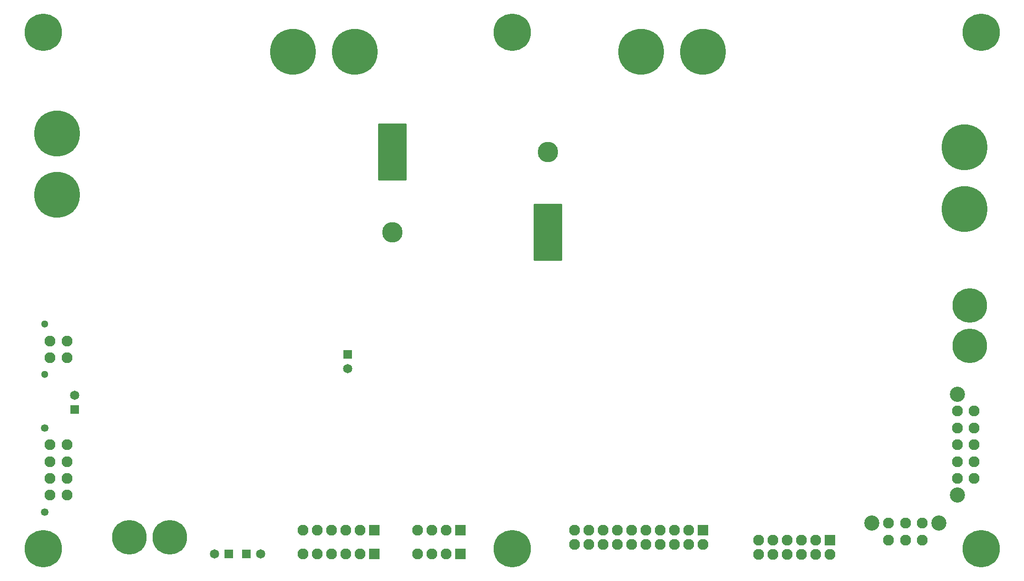
<source format=gbs>
G04*
G04 #@! TF.GenerationSoftware,Altium Limited,Altium Designer,24.10.1 (45)*
G04*
G04 Layer_Color=16711935*
%FSLAX25Y25*%
%MOIN*%
G70*
G04*
G04 #@! TF.SameCoordinates,2ED57A9A-72F5-4DC9-83BB-2DC3BA24BD7A*
G04*
G04*
G04 #@! TF.FilePolarity,Negative*
G04*
G01*
G75*
%ADD104C,0.10630*%
%ADD105C,0.07677*%
%ADD106R,0.07677X0.07677*%
%ADD107C,0.06496*%
%ADD108R,0.06496X0.06496*%
%ADD109C,0.26181*%
G04:AMPARAMS|DCode=110|XSize=399.61mil|YSize=202.76mil|CornerRadius=4.92mil|HoleSize=0mil|Usage=FLASHONLY|Rotation=270.000|XOffset=0mil|YOffset=0mil|HoleType=Round|Shape=RoundedRectangle|*
%AMROUNDEDRECTD110*
21,1,0.39961,0.19291,0,0,270.0*
21,1,0.38976,0.20276,0,0,270.0*
1,1,0.00984,-0.09646,-0.19488*
1,1,0.00984,-0.09646,0.19488*
1,1,0.00984,0.09646,0.19488*
1,1,0.00984,0.09646,-0.19488*
%
%ADD110ROUNDEDRECTD110*%
%ADD111C,0.14370*%
%ADD112R,0.06496X0.06496*%
%ADD113C,0.05315*%
%ADD114C,0.24213*%
%ADD115C,0.32087*%
%ADD116C,0.05118*%
D104*
X656496Y124016D02*
D03*
Y53150D02*
D03*
X643701Y33465D02*
D03*
X596457D02*
D03*
D105*
X656496Y112205D02*
D03*
Y100394D02*
D03*
Y88583D02*
D03*
Y76772D02*
D03*
Y64961D02*
D03*
X668307Y112205D02*
D03*
Y100394D02*
D03*
Y88583D02*
D03*
Y76772D02*
D03*
Y64961D02*
D03*
X631890Y33465D02*
D03*
X620079D02*
D03*
X608268D02*
D03*
X631890Y21654D02*
D03*
X620079D02*
D03*
X608268D02*
D03*
X288307Y11811D02*
D03*
X298307D02*
D03*
X278307D02*
D03*
X288307Y28543D02*
D03*
X298307D02*
D03*
X278307D02*
D03*
X517323Y21732D02*
D03*
X527323D02*
D03*
X537323D02*
D03*
X557323D02*
D03*
X547323D02*
D03*
X567323Y11732D02*
D03*
X557323D02*
D03*
X547323D02*
D03*
X537323D02*
D03*
X527323D02*
D03*
X517323D02*
D03*
X198031Y28543D02*
D03*
X208032D02*
D03*
X218032D02*
D03*
X238032D02*
D03*
X228031D02*
D03*
X198031Y11811D02*
D03*
X208032D02*
D03*
X218032D02*
D03*
X238032D02*
D03*
X228031D02*
D03*
X388071Y18622D02*
D03*
Y28622D02*
D03*
X398071Y18622D02*
D03*
Y28622D02*
D03*
X408071Y18622D02*
D03*
Y28622D02*
D03*
X418071Y18622D02*
D03*
Y28622D02*
D03*
X428071Y18622D02*
D03*
Y28622D02*
D03*
X438071Y18622D02*
D03*
Y28622D02*
D03*
X448071Y18622D02*
D03*
Y28622D02*
D03*
X458071Y18622D02*
D03*
Y28622D02*
D03*
X468071Y18622D02*
D03*
Y28622D02*
D03*
X478071Y18622D02*
D03*
X20669Y88583D02*
D03*
X32480Y53150D02*
D03*
Y76772D02*
D03*
Y88583D02*
D03*
X20669Y53150D02*
D03*
Y64961D02*
D03*
Y76772D02*
D03*
X32480Y64961D02*
D03*
Y149606D02*
D03*
Y161417D02*
D03*
X20669Y149606D02*
D03*
Y161417D02*
D03*
D106*
X308307Y11811D02*
D03*
Y28543D02*
D03*
X567323Y21732D02*
D03*
X248031Y28543D02*
D03*
Y11811D02*
D03*
X478071Y28622D02*
D03*
D107*
X135984Y11811D02*
D03*
X168150D02*
D03*
X37736Y123189D02*
D03*
X229331Y141969D02*
D03*
D108*
X145984Y11811D02*
D03*
X158150D02*
D03*
D109*
X344488Y377953D02*
D03*
Y15748D02*
D03*
X673228D02*
D03*
X15748D02*
D03*
X673228Y377953D02*
D03*
X15748Y377953D02*
D03*
D110*
X369488Y237598D02*
D03*
X260433Y293898D02*
D03*
D111*
X369488D02*
D03*
X260433Y237598D02*
D03*
D112*
X37736Y113189D02*
D03*
X229331Y151969D02*
D03*
D113*
X16929Y100394D02*
D03*
Y41339D02*
D03*
D114*
X76378Y23622D02*
D03*
X104724D02*
D03*
X665354Y186417D02*
D03*
Y158071D02*
D03*
D115*
X661417Y297244D02*
D03*
Y253937D02*
D03*
X435039Y364134D02*
D03*
X478346D02*
D03*
X190945Y364173D02*
D03*
X234252D02*
D03*
X25591Y307087D02*
D03*
Y263779D02*
D03*
D116*
X16969Y137795D02*
D03*
Y173228D02*
D03*
M02*

</source>
